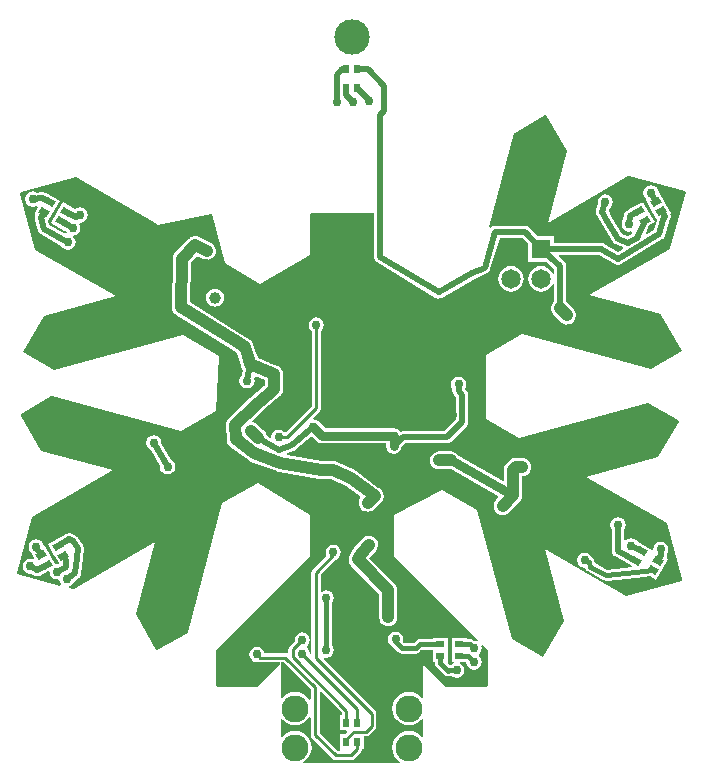
<source format=gbl>
G04*
G04 #@! TF.GenerationSoftware,Altium Limited,CircuitMaker,2.3.0 (2.3.0.3)*
G04*
G04 Layer_Physical_Order=2*
G04 Layer_Color=11436288*
%FSLAX25Y25*%
%MOIN*%
G70*
G04*
G04 #@! TF.SameCoordinates,DFAF08F0-1B05-4ABB-8EC1-2A918C0C2617*
G04*
G04*
G04 #@! TF.FilePolarity,Positive*
G04*
G01*
G75*
%ADD12C,0.01000*%
%ADD81R,0.06496X0.06496*%
%ADD82C,0.06496*%
%ADD85C,0.02000*%
%ADD86C,0.03000*%
%ADD87C,0.04000*%
%ADD88C,0.01500*%
%ADD91C,0.03937*%
%ADD92C,0.09000*%
%ADD93C,0.03000*%
%ADD94C,0.02598*%
%ADD95C,0.11811*%
%ADD96R,0.03150X0.02165*%
%ADD97R,0.02165X0.03150*%
G04:AMPARAMS|DCode=98|XSize=21.65mil|YSize=31.5mil|CornerRadius=0mil|HoleSize=0mil|Usage=FLASHONLY|Rotation=240.000|XOffset=0mil|YOffset=0mil|HoleType=Round|Shape=Rectangle|*
%AMROTATEDRECTD98*
4,1,4,-0.00822,0.01725,0.01905,0.00150,0.00822,-0.01725,-0.01905,-0.00150,-0.00822,0.01725,0.0*
%
%ADD98ROTATEDRECTD98*%

G04:AMPARAMS|DCode=99|XSize=21.65mil|YSize=31.5mil|CornerRadius=0mil|HoleSize=0mil|Usage=FLASHONLY|Rotation=120.000|XOffset=0mil|YOffset=0mil|HoleType=Round|Shape=Rectangle|*
%AMROTATEDRECTD99*
4,1,4,0.01905,-0.00150,-0.00822,-0.01725,-0.01905,0.00150,0.00822,0.01725,0.01905,-0.00150,0.0*
%
%ADD99ROTATEDRECTD99*%

G36*
X192649Y217882D02*
X199539Y205950D01*
X199553Y205835D01*
X193163Y181987D01*
X220122Y197553D01*
X220238Y197567D01*
X239138Y192493D01*
X239168Y192338D01*
X234126Y173514D01*
X234053Y173422D01*
X207094Y157858D01*
X230943Y151469D01*
X231035Y151396D01*
X237957Y139388D01*
X237868Y139256D01*
X227640Y133350D01*
X227525Y133336D01*
X184561Y144848D01*
X172757Y138033D01*
X172644Y116735D01*
X183628Y110394D01*
X226631Y121924D01*
X236656Y116154D01*
X236833Y115523D01*
X230086Y103805D01*
X206162Y97384D01*
X233161Y81804D01*
X238158Y63221D01*
X237836Y62649D01*
X219266Y57657D01*
X219228Y57674D01*
X192231Y73255D01*
X198638Y49368D01*
X198605Y49291D01*
X191700Y37318D01*
X191585Y37270D01*
X181240Y43224D01*
X169697Y86264D01*
X157891Y93081D01*
X141884Y84555D01*
Y70929D01*
X169967Y42861D01*
X169675Y42455D01*
X168700Y42649D01*
X168679Y42645D01*
X168592Y42732D01*
X168013Y43119D01*
X167330Y43254D01*
X166324D01*
Y43553D01*
X161175D01*
Y39387D01*
Y35647D01*
X161837D01*
X161925Y35155D01*
X161098Y34602D01*
X161085Y34584D01*
X160539D01*
X159928Y35195D01*
X160025Y35647D01*
X160025D01*
X160025Y35647D01*
Y39387D01*
Y43553D01*
X154876D01*
Y43254D01*
X150670D01*
X150670Y43254D01*
X149987Y43119D01*
X149408Y42732D01*
X149408Y42732D01*
X148561Y41884D01*
X145439D01*
X144895Y42428D01*
X145049Y43200D01*
X144855Y44175D01*
X144302Y45002D01*
X143475Y45555D01*
X142500Y45749D01*
X141525Y45555D01*
X140698Y45002D01*
X140145Y44175D01*
X139951Y43200D01*
X140145Y42224D01*
X140698Y41398D01*
X141244Y41032D01*
X143438Y38838D01*
X144017Y38451D01*
X144700Y38316D01*
X144700Y38316D01*
X149300D01*
X149983Y38451D01*
X150562Y38838D01*
X151409Y39686D01*
X154876D01*
Y39387D01*
Y35647D01*
X155666D01*
Y35150D01*
X155802Y34467D01*
X156189Y33888D01*
X158738Y31338D01*
X158738Y31338D01*
X159317Y30951D01*
X160000Y30816D01*
X160683Y30951D01*
X160779Y31016D01*
X161085D01*
X161098Y30998D01*
X161925Y30445D01*
X162900Y30251D01*
X163875Y30445D01*
X164702Y30998D01*
X165255Y31824D01*
X165449Y32800D01*
X165255Y33775D01*
X164702Y34602D01*
X163875Y35155D01*
X163963Y35647D01*
X165671D01*
X166151Y35600D01*
X166345Y34624D01*
X166898Y33798D01*
X167725Y33245D01*
X168700Y33051D01*
X169676Y33245D01*
X170502Y33798D01*
X171055Y34624D01*
X171249Y35600D01*
X171055Y36575D01*
X170502Y37402D01*
X170207Y37600D01*
Y38100D01*
X170502Y38298D01*
X171055Y39125D01*
X171249Y40100D01*
X171055Y41075D01*
X171460Y41370D01*
X173344Y39486D01*
X173380Y39370D01*
X173392Y27840D01*
X172955Y27407D01*
X159400Y27400D01*
X151726Y35067D01*
X151722Y23673D01*
X151249Y23512D01*
X150872Y24004D01*
X149723Y24885D01*
X148385Y25440D01*
X146949Y25629D01*
X145513Y25440D01*
X144175Y24885D01*
X143026Y24004D01*
X142145Y22855D01*
X141590Y21517D01*
X141401Y20081D01*
X141590Y18645D01*
X142145Y17307D01*
X143026Y16159D01*
X144175Y15277D01*
X145513Y14723D01*
X146949Y14534D01*
X148385Y14723D01*
X149723Y15277D01*
X150872Y16159D01*
X151246Y16647D01*
X151720Y16486D01*
X151718Y10686D01*
X151244Y10526D01*
X150872Y11012D01*
X149723Y11893D01*
X148385Y12447D01*
X146949Y12636D01*
X145513Y12447D01*
X144175Y11893D01*
X143026Y11012D01*
X142145Y9863D01*
X141590Y8525D01*
X141401Y7089D01*
X141590Y5653D01*
X142145Y4315D01*
X143026Y3166D01*
X143754Y2608D01*
X143840Y1916D01*
X143760Y1815D01*
X112084Y1806D01*
X111757Y2278D01*
X111759Y2306D01*
X112879Y3166D01*
X113761Y4315D01*
X114315Y5653D01*
X114504Y7089D01*
X114315Y8525D01*
X113761Y9863D01*
X112879Y11012D01*
X111730Y11893D01*
X110392Y12447D01*
X108957Y12636D01*
X107521Y12447D01*
X106183Y11893D01*
X105034Y11012D01*
X104653Y10514D01*
X104179Y10675D01*
Y16495D01*
X104653Y16656D01*
X105034Y16159D01*
X106183Y15277D01*
X107521Y14723D01*
X108957Y14534D01*
X110392Y14723D01*
X111730Y15277D01*
X112879Y16159D01*
X113671Y17190D01*
X114171Y17052D01*
Y11300D01*
X114287Y10715D01*
X114619Y10219D01*
X121419Y3419D01*
X121915Y3087D01*
X122500Y2971D01*
X127600D01*
X128185Y3087D01*
X128681Y3419D01*
X130904Y5641D01*
X131236Y6138D01*
X131303Y6476D01*
X131905D01*
Y10771D01*
X132700D01*
X133285Y10887D01*
X133781Y11219D01*
X135681Y13119D01*
X136013Y13615D01*
X136129Y14200D01*
Y18400D01*
X136013Y18985D01*
X135681Y19481D01*
X118553Y36610D01*
X118799Y37071D01*
X119400Y36951D01*
X120376Y37145D01*
X121202Y37698D01*
X121755Y38524D01*
X121949Y39500D01*
X121755Y40475D01*
X121202Y41302D01*
X121184Y41315D01*
Y55186D01*
X121202Y55198D01*
X121755Y56024D01*
X121949Y57000D01*
X121755Y57976D01*
X121202Y58802D01*
X120376Y59355D01*
X119400Y59549D01*
X118424Y59355D01*
X118029Y59091D01*
X117529Y59358D01*
Y64767D01*
X122441Y69679D01*
X122775Y69745D01*
X123602Y70298D01*
X124155Y71125D01*
X124349Y72100D01*
X124155Y73075D01*
X123602Y73902D01*
X122775Y74455D01*
X121800Y74649D01*
X120825Y74455D01*
X119998Y73902D01*
X119445Y73075D01*
X119251Y72100D01*
X119445Y71125D01*
X119492Y71055D01*
X114919Y66481D01*
X114587Y65985D01*
X114471Y65400D01*
Y38664D01*
X114227Y38478D01*
X113971Y38426D01*
X113936Y38465D01*
X113755Y39375D01*
X113202Y40202D01*
X112907Y40400D01*
Y40900D01*
X113202Y41098D01*
X113755Y41925D01*
X113949Y42900D01*
X113755Y43876D01*
X113202Y44702D01*
X112375Y45255D01*
X111400Y45449D01*
X110424Y45255D01*
X109598Y44702D01*
X109045Y43876D01*
X108851Y42900D01*
X108915Y42578D01*
X107219Y40881D01*
X106887Y40385D01*
X106771Y39800D01*
Y38711D01*
X106271Y38436D01*
X105800Y38529D01*
X98764D01*
X98655Y39075D01*
X98102Y39902D01*
X97276Y40455D01*
X96300Y40649D01*
X95324Y40455D01*
X94498Y39902D01*
X93945Y39075D01*
X93751Y38100D01*
X93945Y37124D01*
X94498Y36298D01*
X95324Y35745D01*
X96300Y35551D01*
X96738Y35638D01*
X96815Y35587D01*
X96912Y35568D01*
X97400Y35471D01*
X103946D01*
X104083Y34971D01*
X96573Y27443D01*
X96457Y27408D01*
X83000Y27395D01*
X82543Y27840D01*
X82542Y39424D01*
X114022Y70929D01*
Y84561D01*
X96577Y95296D01*
X84776Y88483D01*
X73265Y45519D01*
X73192Y45427D01*
X62927Y39505D01*
X62757Y39578D01*
X55866Y51510D01*
X55853Y51625D01*
X62243Y75473D01*
X35284Y59907D01*
X35168Y59893D01*
X33671Y60295D01*
X33687Y60808D01*
X33876Y60845D01*
X34702Y61398D01*
X35255Y62225D01*
X35290Y62401D01*
X36885Y63541D01*
X36921Y63578D01*
X36967Y63602D01*
X37192Y63867D01*
X37430Y64121D01*
X37448Y64169D01*
X37482Y64209D01*
X37589Y64540D01*
X37711Y64865D01*
X37710Y64917D01*
X37726Y64966D01*
X38326Y70166D01*
X38324Y70185D01*
X38330Y70204D01*
X38630Y73304D01*
X38597Y73627D01*
X38588Y73952D01*
X38558Y74021D01*
X38550Y74095D01*
X38397Y74382D01*
X38264Y74679D01*
X36564Y77079D01*
X36517Y77123D01*
X36487Y77180D01*
X36230Y77395D01*
X35986Y77626D01*
X35926Y77649D01*
X35877Y77690D01*
X34776Y78290D01*
X34554Y78360D01*
X34347Y78465D01*
X34178Y78477D01*
X34017Y78528D01*
X33785Y78507D01*
X33553Y78524D01*
X33393Y78471D01*
X33225Y78456D01*
X33018Y78348D01*
X32798Y78276D01*
X31115Y77326D01*
X31081Y77385D01*
X26621Y74811D01*
X28471Y71607D01*
X28704Y71203D01*
X28937Y70800D01*
X30181Y68645D01*
X29837Y68242D01*
X29800Y68249D01*
X29156Y68121D01*
X27746Y70564D01*
X27496Y70997D01*
X27496Y70997D01*
X27246Y71430D01*
X25626Y74236D01*
X25626D01*
X25270Y74397D01*
X25155Y74976D01*
X24602Y75802D01*
X23776Y76355D01*
X22800Y76549D01*
X21824Y76355D01*
X20998Y75802D01*
X20445Y74976D01*
X20251Y74000D01*
X20445Y73024D01*
X20998Y72198D01*
X21180Y72076D01*
X21166Y71661D01*
X21166Y71661D01*
X21959Y70288D01*
X21613Y69887D01*
X20800Y70049D01*
X19825Y69855D01*
X18998Y69302D01*
X18445Y68476D01*
X18251Y67500D01*
X18445Y66524D01*
X18998Y65698D01*
X19825Y65145D01*
X20800Y64951D01*
X21028Y64996D01*
X21963Y64444D01*
X22179Y64369D01*
X22379Y64258D01*
X22551Y64238D01*
X22713Y64181D01*
X22942Y64194D01*
X23170Y64168D01*
X23336Y64215D01*
X23508Y64225D01*
X23714Y64324D01*
X23935Y64388D01*
X25037Y64956D01*
X25119Y64815D01*
X26797Y65783D01*
X27292Y65492D01*
X27445Y64724D01*
X27998Y63898D01*
X28824Y63345D01*
X29800Y63151D01*
X29873Y63166D01*
X30437Y62768D01*
X30545Y62225D01*
X31012Y61525D01*
X30741Y61080D01*
X16308Y64951D01*
X16238Y65122D01*
X21280Y83946D01*
X21353Y84038D01*
X48311Y99603D01*
X24417Y106028D01*
X17629Y117750D01*
X17803Y118357D01*
X27765Y124110D01*
X27881Y124124D01*
X70845Y112612D01*
X82652Y119429D01*
X83530Y137632D01*
X71731Y144444D01*
X28728Y132915D01*
X18335Y138984D01*
X25273Y151033D01*
X49197Y157454D01*
X22198Y173034D01*
X17202Y191617D01*
X17523Y192189D01*
X36093Y197181D01*
X63128Y181583D01*
X63370Y181269D01*
X81103Y185000D01*
Y185000D01*
X81246Y185038D01*
X85662Y168574D01*
X97465Y161759D01*
X114022Y171347D01*
Y184677D01*
X114439Y185177D01*
X135374Y185177D01*
X135450Y171234D01*
X135373Y171026D01*
X135405Y170231D01*
X135739Y169508D01*
X136323Y168969D01*
X155825Y157034D01*
X156100Y156933D01*
X156362Y156804D01*
X156470Y156797D01*
X156572Y156759D01*
X156864Y156771D01*
X157156Y156752D01*
X157259Y156787D01*
X157367Y156791D01*
X157633Y156913D01*
X157909Y157007D01*
X168897Y163349D01*
X173034Y165230D01*
X173093Y165273D01*
X173164Y165295D01*
X173415Y165504D01*
X173680Y165694D01*
X173719Y165757D01*
X173775Y165804D01*
X173927Y166093D01*
X174099Y166370D01*
X174111Y166443D01*
X174145Y166508D01*
X177232Y176950D01*
X183069Y176861D01*
X183085Y176864D01*
X183100Y176861D01*
X184911D01*
X186752Y174878D01*
Y169052D01*
X192704D01*
X195363Y166683D01*
X195368Y165163D01*
X194868Y165062D01*
X194711Y165442D01*
X194030Y166330D01*
X193142Y167011D01*
X192109Y167439D01*
X191000Y167585D01*
X189891Y167439D01*
X188858Y167011D01*
X187970Y166330D01*
X187289Y165442D01*
X186861Y164409D01*
X186715Y163300D01*
X186861Y162191D01*
X187289Y161158D01*
X187970Y160270D01*
X188858Y159589D01*
X189891Y159161D01*
X191000Y159015D01*
X192109Y159161D01*
X193142Y159589D01*
X194030Y160270D01*
X194711Y161158D01*
X194878Y161562D01*
X195378Y161463D01*
X195394Y155895D01*
X194965Y155429D01*
X194598Y154730D01*
X194426Y153959D01*
X194458Y153170D01*
X194694Y152416D01*
X195117Y151749D01*
X197277Y149161D01*
X197858Y148626D01*
X198558Y148259D01*
X199329Y148086D01*
X200118Y148119D01*
X200872Y148354D01*
X201539Y148777D01*
X202074Y149358D01*
X202441Y150058D01*
X202614Y150829D01*
X202581Y151618D01*
X202345Y152372D01*
X201923Y153039D01*
X199762Y155627D01*
X199472Y155894D01*
X199439Y167606D01*
X199428Y167661D01*
X199436Y167718D01*
X199350Y168050D01*
X199282Y168386D01*
X199250Y168433D01*
X199236Y168488D01*
X199029Y168762D01*
X198838Y169046D01*
X198791Y169077D01*
X198756Y169123D01*
X196880Y170793D01*
X197058Y171261D01*
X197600D01*
X210442D01*
X215568Y168230D01*
X215842Y168133D01*
X216105Y168008D01*
X216215Y168003D01*
X216319Y167966D01*
X216609Y167982D01*
X216899Y167967D01*
X217003Y168004D01*
X217113Y168010D01*
X217375Y168136D01*
X217649Y168233D01*
X231416Y176433D01*
X231678Y176668D01*
X231950Y176892D01*
X231972Y176934D01*
X232008Y176965D01*
X232159Y177283D01*
X232325Y177594D01*
X233744Y182282D01*
X234135Y183455D01*
X234149Y183569D01*
X234194Y183674D01*
X234198Y183960D01*
X234234Y184245D01*
X234204Y184355D01*
X234205Y184469D01*
X234100Y184736D01*
X234039Y184957D01*
X234334Y185339D01*
X234334Y185339D01*
X234334Y185339D01*
D01*
X234334D01*
X234334D01*
X232464Y188578D01*
X230381Y192185D01*
X230381D01*
X230195Y192270D01*
X230055Y192975D01*
X229502Y193802D01*
X228676Y194355D01*
X227700Y194549D01*
X226725Y194355D01*
X225898Y193802D01*
X225345Y192975D01*
X225151Y192000D01*
X225345Y191024D01*
X225898Y190198D01*
X225986Y190138D01*
X225970Y189639D01*
X225921Y189611D01*
X227792Y186372D01*
X229713Y183044D01*
X228650Y179532D01*
X226278Y178119D01*
X225906Y178453D01*
X227160Y181197D01*
X228879Y182189D01*
X226796Y185797D01*
X226796D01*
X226796Y185797D01*
X224926Y189036D01*
X220466Y186461D01*
Y186461D01*
X220465Y186459D01*
X219609Y185982D01*
X219452Y185849D01*
X219273Y185748D01*
X219152Y185594D01*
X219002Y185467D01*
X218908Y185284D01*
X218781Y185123D01*
X218729Y184934D01*
X218639Y184759D01*
X218622Y184554D01*
X218567Y184356D01*
X218480Y183226D01*
X218045Y182576D01*
X217851Y181600D01*
X218045Y180624D01*
X218598Y179798D01*
X219425Y179245D01*
X220400Y179051D01*
X221120Y179194D01*
X221475Y178829D01*
X221373Y178431D01*
X219944Y177643D01*
X218073Y178358D01*
X214756Y183738D01*
X213527Y185906D01*
X213858Y186867D01*
X214202Y187098D01*
X214755Y187925D01*
X214949Y188900D01*
X214755Y189875D01*
X214202Y190702D01*
X213375Y191255D01*
X212400Y191449D01*
X211424Y191255D01*
X210598Y190702D01*
X210045Y189875D01*
X209851Y188900D01*
X209995Y188176D01*
X209372Y186363D01*
X209363Y186300D01*
X209335Y186244D01*
X209310Y185908D01*
X209265Y185574D01*
X209281Y185513D01*
X209276Y185450D01*
X209382Y185131D01*
X209468Y184805D01*
X209506Y184755D01*
X209526Y184695D01*
X211226Y181695D01*
X211251Y181666D01*
X211264Y181630D01*
X214964Y175630D01*
X215145Y175435D01*
X215298Y175219D01*
X215413Y175146D01*
X215506Y175047D01*
X215747Y174937D01*
X215972Y174795D01*
X218314Y173900D01*
X218357Y173401D01*
X216602Y172356D01*
X212038Y175055D01*
X211901Y175103D01*
X211780Y175184D01*
X211529Y175234D01*
X211287Y175319D01*
X211142Y175311D01*
X211000Y175339D01*
X197600D01*
X195601D01*
X195248Y175693D01*
Y177548D01*
X189838D01*
X187294Y180288D01*
X187263Y180310D01*
X187242Y180342D01*
X186942Y180542D01*
X186650Y180754D01*
X186612Y180763D01*
X186580Y180784D01*
X186227Y180854D01*
X185875Y180938D01*
X185838Y180932D01*
X185800Y180939D01*
X183116D01*
X175747Y181051D01*
X175625Y181028D01*
X175502Y181040D01*
X175237Y180957D01*
X174964Y180907D01*
X174860Y180840D01*
X174742Y180803D01*
X174529Y180626D01*
X174296Y180475D01*
X174225Y180374D01*
X174194Y180347D01*
X173927Y180434D01*
X173735Y180566D01*
X182141Y211942D01*
X182213Y212034D01*
X192480Y217955D01*
X192649Y217882D01*
D02*
G37*
G36*
X114171Y26467D02*
Y23111D01*
X113671Y22973D01*
X112879Y24004D01*
X111730Y24885D01*
X110392Y25440D01*
X108957Y25629D01*
X107521Y25440D01*
X106183Y24885D01*
X105034Y24004D01*
X104653Y23507D01*
X104179Y23667D01*
Y35067D01*
X104179D01*
X104413Y35471D01*
X105166D01*
X114171Y26467D01*
D02*
G37*
G36*
X124553Y18784D02*
Y17924D01*
X124000D01*
Y12775D01*
X126159D01*
X126350Y12313D01*
X125662Y11625D01*
X124000D01*
Y6476D01*
X124000Y6476D01*
X124000D01*
X124000Y6476D01*
X123870Y6029D01*
X123134D01*
X117229Y11934D01*
Y25454D01*
X117691Y25646D01*
X124553Y18784D01*
D02*
G37*
%LPC*%
G36*
X21600Y192449D02*
X20625Y192255D01*
X19798Y191702D01*
X19245Y190875D01*
X19051Y189900D01*
X19245Y188925D01*
X19798Y188098D01*
X20625Y187545D01*
X21600Y187351D01*
X22576Y187545D01*
X22936Y187786D01*
X23103Y187750D01*
X23353Y187195D01*
X22166Y185139D01*
X22216Y185110D01*
X22391Y184641D01*
X22303Y184340D01*
X22191Y184048D01*
X22193Y183961D01*
X22169Y183877D01*
X22203Y183566D01*
X22210Y183253D01*
X22246Y183173D01*
X22255Y183086D01*
X23456Y179286D01*
X23630Y178968D01*
X23793Y178645D01*
X23821Y178621D01*
X23839Y178588D01*
X24121Y178362D01*
X24396Y178125D01*
X31058Y174356D01*
X31498Y173698D01*
X32324Y173145D01*
X33300Y172951D01*
X34275Y173145D01*
X35102Y173698D01*
X35655Y174524D01*
X35849Y175500D01*
X35655Y176476D01*
X35102Y177302D01*
X35232Y177817D01*
X35875Y177945D01*
X36702Y178498D01*
X37255Y179324D01*
X37449Y180300D01*
X37255Y181275D01*
X37028Y181615D01*
X37329Y182065D01*
X37400Y182051D01*
X38375Y182245D01*
X39202Y182798D01*
X39755Y183624D01*
X39949Y184600D01*
X39755Y185575D01*
X39202Y186402D01*
X38375Y186955D01*
X37400Y187149D01*
X36424Y186955D01*
X35686Y186462D01*
X31574Y188836D01*
X29704Y185597D01*
X29704Y185597D01*
X29704D01*
X27621Y181989D01*
X32081Y179415D01*
X32129Y179498D01*
X32604Y179236D01*
X32829Y178899D01*
X32644Y178276D01*
X32512Y178219D01*
X27103Y181280D01*
X26672Y182644D01*
X28496Y185803D01*
X28496Y185803D01*
X28496D01*
X30579Y189411D01*
X26119Y191985D01*
X26116Y191979D01*
X25605Y192068D01*
X25580Y192084D01*
X25276Y192145D01*
X24978Y192231D01*
X24888Y192222D01*
X24800Y192239D01*
X24500D01*
X24396Y192218D01*
X24290Y192228D01*
X22840Y192078D01*
X22576Y192255D01*
X21600Y192449D01*
D02*
G37*
G36*
X75800Y177626D02*
X75710Y177614D01*
X75619Y177620D01*
X75319Y177563D01*
X75017Y177523D01*
X74933Y177488D01*
X74843Y177471D01*
X74569Y177337D01*
X74287Y177220D01*
X74215Y177165D01*
X74133Y177125D01*
X73902Y176925D01*
X73660Y176740D01*
X69060Y172140D01*
X68828Y171837D01*
X68593Y171536D01*
X68588Y171524D01*
X68580Y171513D01*
X68434Y171161D01*
X68284Y170809D01*
X68282Y170796D01*
X68277Y170783D01*
X68227Y170406D01*
X68174Y170027D01*
X68030Y153813D01*
X68073Y153457D01*
X68108Y153099D01*
X68121Y153065D01*
X68126Y153029D01*
X68260Y152696D01*
X68387Y152360D01*
X68408Y152330D01*
X68421Y152296D01*
X68637Y152010D01*
X68846Y151718D01*
X68875Y151695D01*
X68897Y151666D01*
X69180Y151444D01*
X69457Y151217D01*
X87591Y139936D01*
X89698Y138603D01*
X90386Y136663D01*
X90946Y134144D01*
X91039Y133888D01*
X91111Y133626D01*
X91174Y133518D01*
X91217Y133401D01*
X91373Y133179D01*
X91510Y132944D01*
X91522Y132933D01*
X91237Y131229D01*
X91198Y131202D01*
X90645Y130376D01*
X90451Y129400D01*
X90645Y128425D01*
X91198Y127598D01*
X92024Y127045D01*
X93000Y126851D01*
X93976Y127045D01*
X94802Y127598D01*
X95355Y128425D01*
X95549Y129400D01*
X95355Y130375D01*
X95632Y130765D01*
X95697Y130801D01*
X98974Y129465D01*
Y127903D01*
X98746Y127710D01*
X98732Y127695D01*
X98715Y127683D01*
X94115Y123683D01*
X94073Y123637D01*
X94023Y123601D01*
X86923Y116901D01*
X86856Y116818D01*
X86775Y116751D01*
X86608Y116513D01*
X86424Y116288D01*
X86381Y116191D01*
X86320Y116105D01*
X86220Y115832D01*
X86101Y115568D01*
X86084Y115463D01*
X86048Y115363D01*
X86022Y115074D01*
X85975Y114788D01*
X85986Y114682D01*
X85977Y114577D01*
X86177Y109677D01*
X86204Y109518D01*
X86207Y109357D01*
X86271Y109130D01*
X86312Y108898D01*
X86379Y108752D01*
X86423Y108597D01*
X86545Y108395D01*
X86643Y108181D01*
X86747Y108058D01*
X86830Y107919D01*
X86999Y107756D01*
X87149Y107575D01*
X87281Y107482D01*
X87397Y107370D01*
X93597Y102770D01*
X93629Y102752D01*
X93656Y102727D01*
X93974Y102560D01*
X94287Y102386D01*
X94323Y102377D01*
X94355Y102360D01*
X103055Y99160D01*
X103332Y99098D01*
X103603Y99015D01*
X117140Y96759D01*
X117321Y96753D01*
X117500Y96721D01*
X120900Y96566D01*
X126050Y94278D01*
X130663Y90774D01*
X130730Y90278D01*
X130680Y90213D01*
X130377Y89483D01*
X130274Y88700D01*
X130377Y87917D01*
X130680Y87187D01*
X131160Y86560D01*
X131787Y86080D01*
X132517Y85777D01*
X133300Y85674D01*
X134083Y85777D01*
X134813Y86080D01*
X135440Y86560D01*
X137640Y88760D01*
X137765Y88924D01*
X137910Y89070D01*
X138004Y89236D01*
X138120Y89387D01*
X138199Y89577D01*
X138301Y89756D01*
X138350Y89940D01*
X138423Y90117D01*
X138450Y90321D01*
X138502Y90520D01*
X138501Y90711D01*
X138526Y90900D01*
Y91018D01*
X138498Y91227D01*
X138498Y91310D01*
X138478Y91384D01*
X138423Y91802D01*
X138120Y92531D01*
X137640Y93158D01*
X137013Y93639D01*
X136757Y93745D01*
X129430Y99310D01*
X129127Y99483D01*
X128829Y99665D01*
X122836Y102328D01*
X122675Y102376D01*
X122523Y102447D01*
X122298Y102488D01*
X122079Y102552D01*
X121911Y102557D01*
X121745Y102586D01*
X117956Y102758D01*
X106268Y104706D01*
X106224Y105204D01*
X108683Y106079D01*
X108997Y106266D01*
X109316Y106442D01*
X114593Y110902D01*
X116298Y109198D01*
X117124Y108645D01*
X118100Y108451D01*
X139351D01*
Y107500D01*
X139545Y106525D01*
X140098Y105698D01*
X140925Y105145D01*
X141900Y104951D01*
X142876Y105145D01*
X143702Y105698D01*
X144255Y106525D01*
X144366Y107082D01*
X145745Y108461D01*
X159500D01*
X160280Y108616D01*
X160942Y109058D01*
X166188Y114304D01*
X166630Y114965D01*
X166785Y115746D01*
Y124654D01*
X166630Y125435D01*
X166188Y126096D01*
X165539Y126745D01*
Y126752D01*
X165855Y127225D01*
X166049Y128200D01*
X165855Y129175D01*
X165302Y130002D01*
X164476Y130555D01*
X163500Y130749D01*
X162524Y130555D01*
X161698Y130002D01*
X161145Y129175D01*
X160951Y128200D01*
X161145Y127225D01*
X161461Y126752D01*
Y125900D01*
X161616Y125120D01*
X162058Y124458D01*
X162706Y123810D01*
Y116590D01*
X158655Y112539D01*
X144900D01*
X144120Y112384D01*
X143961Y112416D01*
X143702Y112802D01*
X142876Y113355D01*
X141900Y113549D01*
X119156D01*
X116902Y115802D01*
X116076Y116355D01*
X115143Y116541D01*
X114892Y116937D01*
X114872Y116976D01*
X117181Y119286D01*
X117513Y119782D01*
X117629Y120368D01*
Y145915D01*
X117902Y146098D01*
X118455Y146924D01*
X118649Y147900D01*
X118455Y148875D01*
X117902Y149702D01*
X117076Y150255D01*
X116100Y150449D01*
X115124Y150255D01*
X114298Y149702D01*
X113745Y148875D01*
X113551Y147900D01*
X113745Y146924D01*
X114298Y146098D01*
X114571Y145915D01*
Y121001D01*
X105951Y112381D01*
X105402Y112302D01*
X104576Y112855D01*
X103600Y113049D01*
X102624Y112855D01*
X101798Y112302D01*
X101245Y111476D01*
X101092Y110708D01*
X100597Y110416D01*
X99638Y110966D01*
X99623Y111083D01*
X99321Y111813D01*
X98840Y112440D01*
X98410Y112769D01*
X96490Y114690D01*
X95863Y115171D01*
X95133Y115473D01*
X94978Y115493D01*
X94808Y116020D01*
X98132Y119157D01*
X102670Y123103D01*
X103955Y124190D01*
X104040Y124284D01*
X104140Y124360D01*
X104304Y124575D01*
X104486Y124775D01*
X104544Y124887D01*
X104621Y124987D01*
X104724Y125237D01*
X104848Y125477D01*
X104875Y125600D01*
X104923Y125717D01*
X104958Y125985D01*
X105015Y126249D01*
X105009Y126375D01*
X105026Y126500D01*
Y131500D01*
X104999Y131705D01*
X104998Y131912D01*
X104947Y132095D01*
X104923Y132283D01*
X104843Y132475D01*
X104789Y132674D01*
X104693Y132838D01*
X104621Y133013D01*
X104495Y133177D01*
X104390Y133356D01*
X104255Y133489D01*
X104140Y133640D01*
X103975Y133766D01*
X103828Y133911D01*
X103663Y134005D01*
X103513Y134121D01*
X103322Y134200D01*
X103142Y134302D01*
X96510Y137004D01*
X96254Y138156D01*
X96190Y138331D01*
X96152Y138512D01*
X95052Y141612D01*
X94954Y141803D01*
X94880Y142005D01*
X94775Y142154D01*
X94693Y142315D01*
X94549Y142475D01*
X94425Y142651D01*
X94285Y142767D01*
X94164Y142902D01*
X93984Y143019D01*
X93818Y143157D01*
X90819Y145056D01*
X90808Y145061D01*
X90798Y145069D01*
X74096Y155458D01*
X74215Y168736D01*
X76398Y170918D01*
X78247Y169994D01*
X78993Y169736D01*
X79781Y169679D01*
X80557Y169829D01*
X81267Y170175D01*
X81864Y170692D01*
X82306Y171347D01*
X82565Y172093D01*
X82621Y172881D01*
X82471Y173657D01*
X82125Y174367D01*
X81608Y174964D01*
X80953Y175406D01*
X77153Y177306D01*
X76865Y177406D01*
X76583Y177523D01*
X76493Y177535D01*
X76407Y177565D01*
X76102Y177586D01*
X75800Y177626D01*
D02*
G37*
G36*
X181000Y167585D02*
X179891Y167439D01*
X178858Y167011D01*
X177970Y166330D01*
X177289Y165442D01*
X176861Y164409D01*
X176715Y163300D01*
X176861Y162191D01*
X177289Y161158D01*
X177970Y160270D01*
X178858Y159589D01*
X179891Y159161D01*
X181000Y159015D01*
X182109Y159161D01*
X183142Y159589D01*
X184030Y160270D01*
X184711Y161158D01*
X185139Y162191D01*
X185285Y163300D01*
X185139Y164409D01*
X184711Y165442D01*
X184030Y166330D01*
X183142Y167011D01*
X182109Y167439D01*
X181000Y167585D01*
D02*
G37*
G36*
X82300Y159994D02*
X81525Y159892D01*
X80803Y159593D01*
X80183Y159117D01*
X79707Y158497D01*
X79408Y157775D01*
X79306Y157000D01*
X79408Y156225D01*
X79707Y155503D01*
X80183Y154883D01*
X80803Y154407D01*
X81525Y154108D01*
X82300Y154006D01*
X83075Y154108D01*
X83797Y154407D01*
X84417Y154883D01*
X84893Y155503D01*
X85192Y156225D01*
X85294Y157000D01*
X85192Y157775D01*
X84893Y158497D01*
X84417Y159117D01*
X83797Y159593D01*
X83075Y159892D01*
X82300Y159994D01*
D02*
G37*
G36*
X61900Y111249D02*
X60925Y111055D01*
X60098Y110502D01*
X59545Y109676D01*
X59351Y108700D01*
X59545Y107724D01*
X60098Y106898D01*
X60888Y106370D01*
X64002Y100954D01*
X63951Y100700D01*
X64145Y99725D01*
X64698Y98898D01*
X65525Y98345D01*
X66500Y98151D01*
X67475Y98345D01*
X68302Y98898D01*
X68855Y99725D01*
X69049Y100700D01*
X68855Y101675D01*
X68302Y102502D01*
X67512Y103030D01*
X64398Y108446D01*
X64449Y108700D01*
X64255Y109676D01*
X63702Y110502D01*
X62875Y111055D01*
X61900Y111249D01*
D02*
G37*
G36*
X161000Y105826D02*
X157000D01*
X156217Y105723D01*
X155487Y105420D01*
X154860Y104940D01*
X154379Y104313D01*
X154077Y103583D01*
X153974Y102800D01*
X154077Y102017D01*
X154379Y101287D01*
X154860Y100660D01*
X155487Y100180D01*
X156217Y99877D01*
X157000Y99774D01*
X161000D01*
X161142Y99793D01*
X176741Y90983D01*
X176809Y90488D01*
X176060Y89740D01*
X175580Y89113D01*
X175277Y88383D01*
X175174Y87600D01*
X175277Y86817D01*
X175580Y86087D01*
X176060Y85460D01*
X176687Y84979D01*
X177417Y84677D01*
X178200Y84574D01*
X178983Y84677D01*
X179713Y84979D01*
X180340Y85460D01*
X183846Y88967D01*
X184327Y89593D01*
X184629Y90323D01*
X184641Y90414D01*
X184732Y91106D01*
X184732Y91106D01*
Y97578D01*
X185483Y97677D01*
X186213Y97979D01*
X186840Y98460D01*
X187320Y99087D01*
X187623Y99817D01*
X187726Y100600D01*
X187623Y101383D01*
X187320Y102113D01*
X186840Y102740D01*
X186213Y103220D01*
X185483Y103523D01*
X184700Y103626D01*
X182606D01*
X181823Y103523D01*
X181093Y103220D01*
X180467Y102740D01*
X179567Y101840D01*
X179086Y101213D01*
X178784Y100483D01*
X178681Y99700D01*
Y96238D01*
X178249Y95986D01*
X163656Y104227D01*
X163620Y104313D01*
X163140Y104940D01*
X162513Y105420D01*
X161783Y105723D01*
X161000Y105826D01*
D02*
G37*
G36*
X216700Y83949D02*
X215724Y83755D01*
X214898Y83202D01*
X214345Y82376D01*
X214151Y81400D01*
X214345Y80424D01*
X214642Y79980D01*
X214561Y73726D01*
X214563Y73713D01*
X214561Y73700D01*
Y72600D01*
X214618Y72314D01*
X214644Y72024D01*
X214695Y71927D01*
X214716Y71820D01*
X214878Y71577D01*
X215013Y71319D01*
X215097Y71249D01*
X215158Y71158D01*
X215400Y70996D01*
X215624Y70810D01*
X220188Y68322D01*
X221338Y67658D01*
X221234Y67169D01*
X213057Y66311D01*
X208986Y68555D01*
X208714Y69496D01*
X208394Y70114D01*
X207942Y70495D01*
X207402Y71302D01*
X206575Y71855D01*
X205600Y72049D01*
X204625Y71855D01*
X203798Y71302D01*
X203245Y70476D01*
X203051Y69500D01*
X203245Y68524D01*
X203798Y67698D01*
X204625Y67145D01*
X205600Y66951D01*
X205763Y66854D01*
X206084Y66236D01*
X206392Y65976D01*
X206616Y65787D01*
X206616Y65787D01*
X211825Y62916D01*
X212009Y62857D01*
X212179Y62767D01*
X212337Y62753D01*
X212488Y62705D01*
X212680Y62721D01*
X212872Y62704D01*
X222613Y63726D01*
X227297Y64218D01*
X229381Y63015D01*
X231251Y66254D01*
X231251Y66254D01*
X231251D01*
X233334Y69861D01*
X232806Y70165D01*
X232901Y70344D01*
X232962Y70546D01*
X233059Y70732D01*
X233075Y70923D01*
X233130Y71106D01*
X233109Y71316D01*
X233127Y71525D01*
X233088Y71874D01*
X233255Y72124D01*
X233449Y73100D01*
X233255Y74076D01*
X232702Y74902D01*
X231875Y75455D01*
X230900Y75649D01*
X229925Y75455D01*
X229098Y74902D01*
X228545Y74076D01*
X228438Y73538D01*
X228401Y73352D01*
X228049Y73050D01*
X227956Y73035D01*
X227728Y73126D01*
X227571Y73188D01*
X227456Y73255D01*
X227447Y73260D01*
X223419Y75585D01*
X223419Y75585D01*
X223317Y75582D01*
X222902Y76202D01*
X222076Y76755D01*
X221100Y76949D01*
X220125Y76755D01*
X219298Y76202D01*
X219169Y76011D01*
X218671Y76165D01*
X218720Y79923D01*
X219055Y80424D01*
X219249Y81400D01*
X219055Y82376D01*
X218502Y83202D01*
X217675Y83755D01*
X216700Y83949D01*
D02*
G37*
G36*
X133492Y77719D02*
X132718Y77562D01*
X132010Y77210D01*
X131418Y76687D01*
X128718Y73587D01*
X128578Y73375D01*
X128418Y73178D01*
X127318Y71378D01*
X127303Y71343D01*
X127279Y71313D01*
X127143Y70983D01*
X126998Y70656D01*
X126992Y70618D01*
X126977Y70583D01*
X126931Y70229D01*
X126875Y69876D01*
X126879Y69838D01*
X126874Y69800D01*
X126921Y69446D01*
X126959Y69090D01*
X126972Y69055D01*
X126977Y69017D01*
X127114Y68686D01*
X127243Y68353D01*
X127265Y68322D01*
X127279Y68287D01*
X127497Y68003D01*
X127708Y67714D01*
X127737Y67690D01*
X127760Y67660D01*
X137074Y58347D01*
Y53700D01*
Y50500D01*
X137177Y49717D01*
X137479Y48987D01*
X137960Y48360D01*
X138587Y47879D01*
X139317Y47577D01*
X140100Y47474D01*
X140883Y47577D01*
X141613Y47879D01*
X142240Y48360D01*
X142720Y48987D01*
X143023Y49717D01*
X143126Y50500D01*
Y53700D01*
Y59600D01*
X143023Y60383D01*
X142809Y60899D01*
X142720Y61113D01*
X142240Y61740D01*
X133787Y70192D01*
X135982Y72713D01*
X136418Y73371D01*
X136670Y74120D01*
X136719Y74908D01*
X136562Y75682D01*
X136210Y76390D01*
X135687Y76982D01*
X135029Y77418D01*
X134280Y77670D01*
X133492Y77719D01*
D02*
G37*
%LPD*%
D12*
X105800Y37000D02*
X115700Y27100D01*
Y11300D02*
Y27100D01*
Y11300D02*
X122500Y4500D01*
X121800Y71200D02*
Y72100D01*
X116000Y65400D02*
X121800Y71200D01*
X116100Y120368D02*
Y147900D01*
X106232Y110500D02*
X116100Y120368D01*
X103600Y110500D02*
X106232D01*
X122500Y4500D02*
X127600D01*
X129823Y6723D01*
Y9050D01*
X111400Y38400D02*
X129823Y19977D01*
Y15350D02*
Y19977D01*
X126083Y9050D02*
Y9883D01*
X128500Y12300D01*
X132700D01*
X134600Y14200D01*
Y18400D01*
X116000Y37000D02*
X134600Y18400D01*
X116000Y37000D02*
Y65400D01*
X96300Y38100D02*
X97400Y37000D01*
X105800D01*
X108300Y39800D02*
X111400Y42900D01*
X108300Y37200D02*
Y39800D01*
Y37200D02*
X126083Y19417D01*
Y15350D02*
Y19417D01*
X222427Y65500D02*
X222600Y65400D01*
X228193Y66106D01*
D81*
X191000Y173300D02*
D03*
D82*
Y163300D02*
D03*
X181000Y173300D02*
D03*
Y163300D02*
D03*
D85*
X191000Y173300D02*
X197600Y173300D01*
X211300Y185700D02*
X212400Y188900D01*
X211300Y185700D02*
X213000Y182700D01*
X216700Y176700D01*
X220100Y175400D01*
X223000Y177000D01*
X225607Y182706D01*
X227700Y192000D02*
X229193Y189094D01*
X220400Y181600D02*
X220600Y184200D01*
X223737Y185945D01*
X230900Y73100D02*
X231100Y71300D01*
X230063Y69345D02*
X231100Y71300D01*
X216600Y72600D02*
X222737Y69255D01*
X216600Y72600D02*
Y73700D01*
X216700Y81400D01*
X22800Y74000D02*
X24437Y71145D01*
X20800Y67500D02*
X23000Y66200D01*
X26307Y67906D01*
X29800Y65700D02*
X32600Y67400D01*
X32700Y69500D01*
X31763Y71055D02*
X32700Y69500D01*
X32900Y63200D02*
X35700Y65200D01*
X36300Y70400D01*
X36600Y73500D01*
X34900Y75900D02*
X36600Y73500D01*
X33800Y76500D02*
X34900Y75900D01*
X29893Y74294D02*
X33800Y76500D01*
X61900Y108700D02*
X66500Y100700D01*
X21600Y189900D02*
X24500Y190200D01*
X24800D01*
X27307Y188894D01*
X24200Y183700D02*
X25437Y185655D01*
X24200Y183700D02*
X25400Y179900D01*
X33000Y175600D01*
X30893Y182506D02*
X34900Y180300D01*
X32763Y185745D02*
X36000Y183900D01*
X37400Y184600D01*
X231800Y182900D02*
X232200Y184100D01*
X231063Y185855D02*
X232200Y184100D01*
X133700Y222500D02*
Y223047D01*
X129823Y226924D02*
X133700Y223047D01*
X126083Y224617D02*
X128300Y222400D01*
X126083Y224617D02*
Y226924D01*
X123000Y222400D02*
Y231400D01*
X124824Y233224D01*
X126083D01*
X129823D02*
X133176D01*
X138700Y227700D01*
X137400Y187500D02*
Y217900D01*
X138700Y219200D01*
Y227700D01*
X93000Y129400D02*
X93900Y134800D01*
X96700Y110300D02*
X103500Y106400D01*
X108000Y108000D01*
X115100Y114000D01*
X96600Y110300D02*
X96672Y110255D01*
X164746Y115746D02*
Y124654D01*
X163500Y125900D02*
X164746Y124654D01*
X163500Y125900D02*
Y128200D01*
X216606Y169985D02*
X230373Y178185D01*
X231800Y182900D01*
X197400Y167600D02*
X197439Y153688D01*
X191000Y173300D02*
X197400Y167600D01*
X197600Y173300D02*
X211000D01*
X216606Y169985D01*
X183100Y178900D02*
X185800D01*
X191000Y173300D01*
X137400Y187500D02*
X137491Y170877D01*
X156890Y158773D02*
X167963Y165165D01*
X172190Y167086D01*
X175716Y179012D01*
X183100Y178900D01*
X137388Y170708D02*
X156890Y158773D01*
X159500Y110500D02*
X164746Y115746D01*
X144900Y110500D02*
X159500D01*
X141900Y107500D02*
X144900Y110500D01*
X221100Y74400D02*
X224607Y72494D01*
D86*
X141900Y107500D02*
Y111000D01*
X115100Y114000D02*
X118100Y111000D01*
X141900D01*
X180468Y91806D02*
X181706Y91106D01*
X161000Y102800D02*
X180468Y91806D01*
D87*
X181706Y91106D02*
Y99700D01*
X182606Y100600D01*
X184700D01*
X140100Y53700D02*
Y59600D01*
Y50500D02*
Y53700D01*
X71200Y170000D02*
X75800Y174600D01*
X79600Y172700D01*
X71055Y153786D02*
X71200Y170000D01*
X157000Y102800D02*
X161000D01*
X178200Y87600D02*
X181706Y91106D01*
X129900Y69800D02*
X140100Y59600D01*
X96600Y110300D02*
X96700D01*
X94350Y112550D02*
X96600Y110300D01*
X71055Y153786D02*
X89200Y142499D01*
X89000Y114700D02*
X89200Y109800D01*
X89000Y114700D02*
X96100Y121400D01*
X100700Y125400D01*
X102000Y126500D01*
X93300Y137500D02*
X93900Y134800D01*
X92200Y140600D02*
X93300Y137500D01*
X89200Y142499D02*
X92200Y140600D01*
X93900Y134800D02*
X102000Y131500D01*
Y126500D02*
Y131500D01*
X133300Y88700D02*
X135500Y90900D01*
Y91018D01*
X89200Y109800D02*
X95400Y105200D01*
X104100Y102000D01*
X135443Y90943D02*
X135500Y90900D01*
X104100Y102000D02*
X117638Y99744D01*
X121608Y99563D01*
X127600Y96900D01*
X129900Y69800D02*
X131000Y71600D01*
X133700Y74700D01*
X135164Y91155D02*
X135443Y90943D01*
X127600Y96900D02*
X135164Y91155D01*
X197439Y153688D02*
X199600Y151100D01*
D88*
X149300Y40100D02*
X150670Y41470D01*
X157450D01*
X142500Y42300D02*
Y43200D01*
Y42300D02*
X144700Y40100D01*
X149300D01*
X157450Y35150D02*
Y37730D01*
Y35150D02*
X160000Y32600D01*
X160200Y32800D01*
X162900D01*
X163750Y37730D02*
X166570D01*
X168700Y35600D01*
X163750Y41470D02*
X167330D01*
X168700Y40100D01*
X207000Y69000D02*
X207477Y67350D01*
X212686Y64478D01*
X222427Y65500D02*
X228193Y66106D01*
X212686Y64478D02*
X222427Y65500D01*
X119400Y39500D02*
Y57000D01*
D91*
X83900Y164700D02*
D03*
X82300Y157000D02*
D03*
D92*
X146949Y20081D02*
D03*
X108957Y7089D02*
D03*
X146949D02*
D03*
X108957Y20081D02*
D03*
D93*
X119100Y18200D02*
D03*
X102900Y93800D02*
D03*
X117200Y95300D02*
D03*
X221000Y151000D02*
D03*
X227000Y138000D02*
D03*
X211000Y151000D02*
D03*
X186000Y61000D02*
D03*
X192000Y58000D02*
D03*
X184000Y56000D02*
D03*
X192000Y49000D02*
D03*
X186000Y47000D02*
D03*
X191000Y42000D02*
D03*
X190000Y66000D02*
D03*
X180300Y63600D02*
D03*
X190000Y204000D02*
D03*
X186000Y188000D02*
D03*
X191000Y191000D02*
D03*
X182000Y192000D02*
D03*
X192000Y199000D02*
D03*
X184000Y200000D02*
D03*
X196000Y204000D02*
D03*
X186000Y206000D02*
D03*
X191000Y212000D02*
D03*
X118000Y176000D02*
D03*
Y182000D02*
D03*
X131000Y176000D02*
D03*
X133000Y182000D02*
D03*
X129000D02*
D03*
Y157000D02*
D03*
X119000Y163000D02*
D03*
X113000Y166000D02*
D03*
X118000Y169000D02*
D03*
X115000Y160000D02*
D03*
Y154000D02*
D03*
X119000Y152000D02*
D03*
X29000Y193000D02*
D03*
X36000Y192000D02*
D03*
X45000Y186000D02*
D03*
X51000Y184000D02*
D03*
X59000Y178000D02*
D03*
X55000Y174000D02*
D03*
X46000Y151000D02*
D03*
X55000Y145000D02*
D03*
X45000Y143000D02*
D03*
X38000Y149000D02*
D03*
X35000Y139000D02*
D03*
X30000Y148000D02*
D03*
X24000Y141000D02*
D03*
X64000Y148000D02*
D03*
X58000Y151000D02*
D03*
X52000Y153000D02*
D03*
X85000Y152000D02*
D03*
X97700Y139900D02*
D03*
X97000Y128500D02*
D03*
X67000Y111000D02*
D03*
X65000Y45000D02*
D03*
X75000Y75000D02*
D03*
X65000Y63000D02*
D03*
X73000Y65000D02*
D03*
X65000Y54000D02*
D03*
X31000Y120000D02*
D03*
X36000Y113000D02*
D03*
X30000Y109000D02*
D03*
X25000Y115000D02*
D03*
X45000D02*
D03*
X44000Y110000D02*
D03*
X42000Y105000D02*
D03*
X34000Y82000D02*
D03*
X29000Y79000D02*
D03*
X73000Y105000D02*
D03*
X60000Y93000D02*
D03*
X62000Y96000D02*
D03*
X54000Y93000D02*
D03*
X57000Y86000D02*
D03*
X68000Y93000D02*
D03*
X67000Y78000D02*
D03*
X74000Y82000D02*
D03*
X81000Y85000D02*
D03*
X168000Y31000D02*
D03*
X139000Y16000D02*
D03*
X86000Y36000D02*
D03*
X99000Y34000D02*
D03*
X93000Y32000D02*
D03*
X87000Y31000D02*
D03*
X90000Y40000D02*
D03*
X126000Y67500D02*
D03*
X139000Y75100D02*
D03*
X138900Y82500D02*
D03*
X160000Y95000D02*
D03*
X205300Y152200D02*
D03*
X217000Y140000D02*
D03*
X236000Y190000D02*
D03*
X203000Y181000D02*
D03*
X199000Y183000D02*
D03*
X188000D02*
D03*
X179300Y184700D02*
D03*
X156000Y154000D02*
D03*
X151000Y155000D02*
D03*
Y147000D02*
D03*
X174000Y160000D02*
D03*
X212400Y188900D02*
D03*
X227700Y192000D02*
D03*
X220400Y181600D02*
D03*
X230900Y73100D02*
D03*
X216700Y81400D02*
D03*
X221100Y74400D02*
D03*
X141900Y107500D02*
D03*
X184700Y100600D02*
D03*
X178200Y87600D02*
D03*
X179900Y90800D02*
D03*
X161500Y117900D02*
D03*
X147800Y118000D02*
D03*
X140000Y50500D02*
D03*
X140100Y53700D02*
D03*
X121800Y72100D02*
D03*
X141900Y111000D02*
D03*
X115100Y114000D02*
D03*
X79600Y172700D02*
D03*
X75800Y174600D02*
D03*
X155000Y117900D02*
D03*
X197100Y96700D02*
D03*
X228400Y77700D02*
D03*
X222500Y61300D02*
D03*
X211800Y69600D02*
D03*
X65500Y168700D02*
D03*
X57600Y167600D02*
D03*
X78900Y168500D02*
D03*
X89000Y162800D02*
D03*
X88600Y158000D02*
D03*
X81000Y177900D02*
D03*
X131600Y30400D02*
D03*
X107900Y30300D02*
D03*
X133200Y107000D02*
D03*
X111700Y125400D02*
D03*
X97500Y116600D02*
D03*
X114900Y104800D02*
D03*
X103600Y110500D02*
D03*
X116100Y147900D02*
D03*
X108500Y140300D02*
D03*
X104300Y115500D02*
D03*
X101700Y136200D02*
D03*
X95100Y159200D02*
D03*
X108300Y160900D02*
D03*
X141100Y152700D02*
D03*
X131800Y169400D02*
D03*
X136400Y160700D02*
D03*
X146600Y43200D02*
D03*
X142500D02*
D03*
X168700Y40100D02*
D03*
Y35600D02*
D03*
X162900Y32800D02*
D03*
X151700Y38300D02*
D03*
X96300Y38100D02*
D03*
X111400Y42900D02*
D03*
Y38400D02*
D03*
X22800Y74000D02*
D03*
X20800Y67500D02*
D03*
X29800Y65700D02*
D03*
X32900Y63200D02*
D03*
X61900Y108700D02*
D03*
X66500Y100700D02*
D03*
X21600Y189900D02*
D03*
X33300Y175500D02*
D03*
X34900Y180300D02*
D03*
X37400Y184600D02*
D03*
X128300Y222400D02*
D03*
X133700Y222500D02*
D03*
X123000Y222400D02*
D03*
X133300Y88700D02*
D03*
X161000Y102800D02*
D03*
X157000D02*
D03*
X96700Y110300D02*
D03*
X94350Y112550D02*
D03*
X93000Y129400D02*
D03*
X135500Y91018D02*
D03*
X142600Y88500D02*
D03*
X149200Y91300D02*
D03*
X154200Y95400D02*
D03*
X131000Y71600D02*
D03*
X133700Y74700D02*
D03*
X128600Y86300D02*
D03*
X89000Y121100D02*
D03*
X89400Y125600D02*
D03*
X89300Y134000D02*
D03*
X163500Y128200D02*
D03*
X197439Y153688D02*
D03*
X199600Y151100D02*
D03*
X191300Y80500D02*
D03*
X205600Y69500D02*
D03*
X119400Y39500D02*
D03*
Y57000D02*
D03*
D94*
X129138Y50438D02*
D03*
Y55162D02*
D03*
X133862D02*
D03*
Y50438D02*
D03*
X130315Y120866D02*
D03*
X135039D02*
D03*
X130315Y125591D02*
D03*
X135039D02*
D03*
X125591Y120866D02*
D03*
Y125591D02*
D03*
X120866Y120866D02*
D03*
Y125591D02*
D03*
X135039Y130315D02*
D03*
X130315D02*
D03*
Y135039D02*
D03*
X135039D02*
D03*
X125591Y130315D02*
D03*
X120866D02*
D03*
Y135039D02*
D03*
X125591D02*
D03*
D95*
X127953Y244094D02*
D03*
D96*
X163750Y37730D02*
D03*
Y41470D02*
D03*
X157450D02*
D03*
Y37730D02*
D03*
D97*
X126083Y226924D02*
D03*
X129823D02*
D03*
Y233224D02*
D03*
X126083D02*
D03*
X129823Y15350D02*
D03*
X126083D02*
D03*
Y9050D02*
D03*
X129823D02*
D03*
D98*
X224607Y72494D02*
D03*
X222737Y69255D02*
D03*
X228193Y66106D02*
D03*
X230063Y69345D02*
D03*
X30893Y182506D02*
D03*
X32763Y185745D02*
D03*
X27307Y188894D02*
D03*
X25437Y185655D02*
D03*
D99*
X31763Y71055D02*
D03*
X29893Y74294D02*
D03*
X24437Y71145D02*
D03*
X26307Y67906D02*
D03*
X223737Y185945D02*
D03*
X225607Y182706D02*
D03*
X231063Y185855D02*
D03*
X229193Y189094D02*
D03*
M02*

</source>
